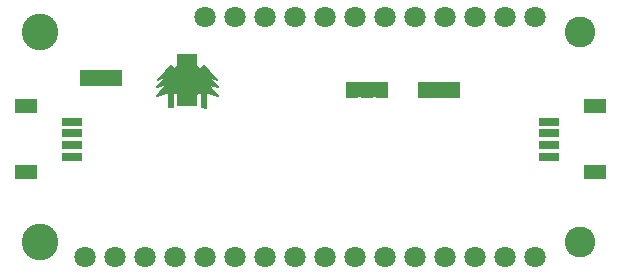
<source format=gbs>
G04 #@! TF.GenerationSoftware,KiCad,Pcbnew,(5.1.6-0-10_14)*
G04 #@! TF.CreationDate,2020-07-31T12:54:26-07:00*
G04 #@! TF.ProjectId,Stemma_Host_FeatherWing,5374656d-6d61-45f4-986f-73745f466561,v03*
G04 #@! TF.SameCoordinates,Original*
G04 #@! TF.FileFunction,Soldermask,Bot*
G04 #@! TF.FilePolarity,Negative*
%FSLAX46Y46*%
G04 Gerber Fmt 4.6, Leading zero omitted, Abs format (unit mm)*
G04 Created by KiCad (PCBNEW (5.1.6-0-10_14)) date 2020-07-31 12:54:26*
%MOMM*%
%LPD*%
G01*
G04 APERTURE LIST*
%ADD10C,0.150000*%
%ADD11R,1.901600X1.301600*%
%ADD12R,1.651600X0.701600*%
%ADD13R,1.071600X1.371600*%
%ADD14C,1.801600*%
%ADD15C,2.601600*%
%ADD16C,3.101600*%
%ADD17R,1.701600X1.301600*%
G04 APERTURE END LIST*
D10*
G36*
X116800000Y-90650000D02*
G01*
X113450000Y-90650000D01*
X113450000Y-89500000D01*
X116800000Y-89500000D01*
X116800000Y-90650000D01*
G37*
X116800000Y-90650000D02*
X113450000Y-90650000D01*
X113450000Y-89500000D01*
X116800000Y-89500000D01*
X116800000Y-90650000D01*
G36*
X145450000Y-91650000D02*
G01*
X142100000Y-91650000D01*
X142100000Y-90500000D01*
X145450000Y-90500000D01*
X145450000Y-91650000D01*
G37*
X145450000Y-91650000D02*
X142100000Y-91650000D01*
X142100000Y-90500000D01*
X145450000Y-90500000D01*
X145450000Y-91650000D01*
G36*
X139300000Y-91600000D02*
G01*
X136000000Y-91600000D01*
X136000000Y-90500000D01*
X139300000Y-90500000D01*
X139300000Y-91600000D01*
G37*
X139300000Y-91600000D02*
X136000000Y-91600000D01*
X136000000Y-90500000D01*
X139300000Y-90500000D01*
X139300000Y-91600000D01*
G36*
X121038000Y-89054000D02*
G01*
X119938000Y-90224000D01*
X120818000Y-89794000D01*
X119838000Y-90814000D01*
X120708000Y-90554000D01*
X119858000Y-91594000D01*
X120858000Y-91284000D01*
X120858000Y-92554000D01*
X121188000Y-92554000D01*
X121188000Y-91284000D01*
X122178000Y-91594000D01*
X121368000Y-90584000D01*
X122158000Y-90774000D01*
X121348000Y-89894000D01*
X121978000Y-90094000D01*
X121038000Y-89054000D01*
G37*
X121038000Y-89054000D02*
X119938000Y-90224000D01*
X120818000Y-89794000D01*
X119838000Y-90814000D01*
X120708000Y-90554000D01*
X119858000Y-91594000D01*
X120858000Y-91284000D01*
X120858000Y-92554000D01*
X121188000Y-92554000D01*
X121188000Y-91284000D01*
X122178000Y-91594000D01*
X121368000Y-90584000D01*
X122158000Y-90774000D01*
X121348000Y-89894000D01*
X121978000Y-90094000D01*
X121038000Y-89054000D01*
G36*
X122428000Y-88284000D02*
G01*
X121318000Y-89384000D01*
X122304000Y-89047000D01*
X121218000Y-90034000D01*
X122304000Y-89682000D01*
X121208000Y-90824000D01*
X122258000Y-90444000D01*
X122258000Y-91774000D01*
X122638000Y-91774000D01*
X122638000Y-90444000D01*
X123768000Y-90764000D01*
X122558000Y-89682000D01*
X123668000Y-89984000D01*
X122558000Y-89047000D01*
X123488000Y-89404000D01*
X122428000Y-88284000D01*
G37*
X122428000Y-88284000D02*
X121318000Y-89384000D01*
X122304000Y-89047000D01*
X121218000Y-90034000D01*
X122304000Y-89682000D01*
X121208000Y-90824000D01*
X122258000Y-90444000D01*
X122258000Y-91774000D01*
X122638000Y-91774000D01*
X122638000Y-90444000D01*
X123768000Y-90764000D01*
X122558000Y-89682000D01*
X123668000Y-89984000D01*
X122558000Y-89047000D01*
X123488000Y-89404000D01*
X122428000Y-88284000D01*
G36*
X123818000Y-89034000D02*
G01*
X122748000Y-90214000D01*
X123618000Y-89824000D01*
X122658000Y-90824000D01*
X123568000Y-90504000D01*
X122648000Y-91624000D01*
X123658000Y-91264000D01*
X123655000Y-92552000D01*
X124018000Y-92564000D01*
X123998000Y-91284000D01*
X125008000Y-91624000D01*
X124108000Y-90544000D01*
X125008000Y-90804000D01*
X123998000Y-89774000D01*
X124918000Y-90234000D01*
X123818000Y-89034000D01*
G37*
X123818000Y-89034000D02*
X122748000Y-90214000D01*
X123618000Y-89824000D01*
X122658000Y-90824000D01*
X123568000Y-90504000D01*
X122648000Y-91624000D01*
X123658000Y-91264000D01*
X123655000Y-92552000D01*
X124018000Y-92564000D01*
X123998000Y-91284000D01*
X125008000Y-91624000D01*
X124108000Y-90544000D01*
X125008000Y-90804000D01*
X123998000Y-89774000D01*
X124918000Y-90234000D01*
X123818000Y-89034000D01*
G36*
X121408000Y-89354000D02*
G01*
X121408000Y-91154000D01*
X123418000Y-91174000D01*
X123418000Y-89374000D01*
X121408000Y-89354000D01*
G37*
X121408000Y-89354000D02*
X121408000Y-91154000D01*
X123418000Y-91174000D01*
X123418000Y-89374000D01*
X121408000Y-89354000D01*
D11*
X108762500Y-92450000D03*
X108762500Y-98050000D03*
D12*
X112637500Y-93750000D03*
X112637500Y-94750000D03*
X112637500Y-95750000D03*
X112637500Y-96750000D03*
D11*
X156937500Y-98050000D03*
X156937500Y-92450000D03*
D12*
X153062500Y-96750000D03*
X153062500Y-95750000D03*
X153062500Y-94750000D03*
X153062500Y-93750000D03*
D13*
X136398000Y-91059000D03*
X137668000Y-91059000D03*
X138938000Y-91059000D03*
X145034000Y-91059000D03*
X143764000Y-91059000D03*
X142494000Y-91059000D03*
D14*
X113715001Y-105206001D03*
X116255001Y-105206001D03*
X118795001Y-105206001D03*
X121335001Y-105206001D03*
X123875001Y-105206001D03*
X126415001Y-105206001D03*
X128955001Y-105206001D03*
X131495001Y-105206001D03*
X134035001Y-105206001D03*
X136575001Y-105206001D03*
X139115001Y-105206001D03*
X141655001Y-105206001D03*
X144195001Y-105206001D03*
X146735001Y-105206001D03*
X149275001Y-105206001D03*
X151815001Y-105206001D03*
X123875001Y-84886001D03*
X126415001Y-84886001D03*
X128955001Y-84886001D03*
X131495001Y-84886001D03*
X134035001Y-84886001D03*
X136575001Y-84886001D03*
X139115001Y-84886001D03*
X141655001Y-84886001D03*
X144195001Y-84886001D03*
X146735001Y-84886001D03*
X149275001Y-84886001D03*
X151815001Y-84886001D03*
D15*
X155625001Y-86156001D03*
X155625001Y-103936001D03*
D16*
X109905001Y-103936001D03*
X109905001Y-86156001D03*
D17*
X122428000Y-91824000D03*
X122428000Y-88624000D03*
D13*
X116370000Y-90050000D03*
X115100000Y-90050000D03*
X113830000Y-90050000D03*
M02*

</source>
